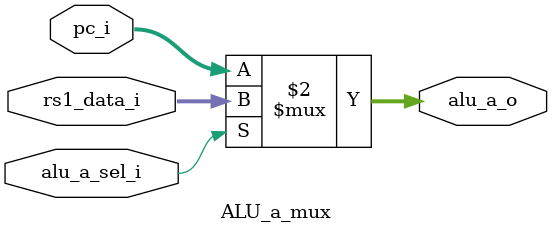
<source format=sv>
module ALU_a_mux(
    input wire [31:0] pc_i,
    input wire [31:0] rs1_data_i,
    input wire alu_a_sel_i,
    output wire [31:0] alu_a_o
);
    assign alu_a_o = (alu_a_sel_i == 1) ? rs1_data_i : pc_i;
endmodule
</source>
